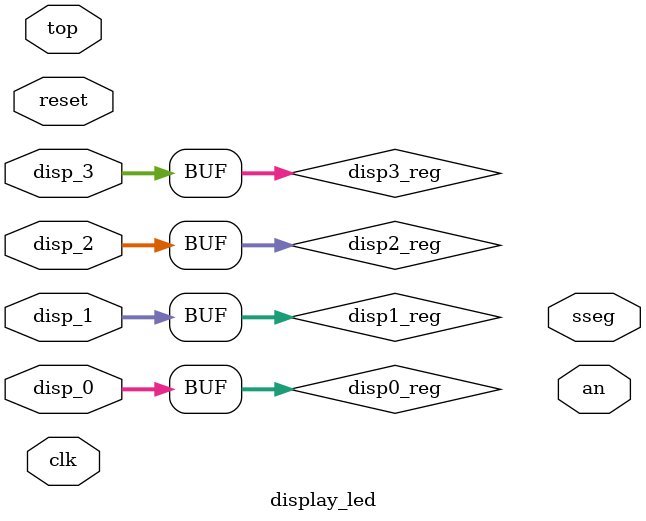
<source format=sv>
`timescale 1ns / 1ps


module display_led
    (
        input logic clk, reset,
        input logic top,
        input logic[7:0] disp_0, disp_1, disp_2, disp_3,
        output logic[7:0] an, sseg
    );
   
    localparam N = 100;
    localparam TOP_SQUARE = 7'b0011100;
    localparam BOTTOM_SQUARE = 7'b0100011;
    logic[7:0] disp0_reg, disp1_reg, disp2_reg, disp3_reg;
    logic[7:0] disp0_next, disp1_next, disp2_next, disp3_next;
    logic[N - 1:0] count_reg, count_next;
    
    always_ff @(posedge clk) begin
        if(reset) begin
            count_reg <= 0;
            disp0_reg <= 0;
            disp1_reg <= 0;
            disp2_reg <= 0;
            disp3_reg <= 0;
        end else begin
            count_reg <= count_next;
            disp0_reg <= disp0_next;
            disp1_reg <= disp1_next;
            disp2_reg <= disp2_next;
            disp3_reg <= disp3_next;
        end
    end
    
    always_comb begin
        disp0_next = 7'b1111111;
        disp1_next = 7'b1111111;
        disp2_next = 7'b1111111;
        disp3_next = 7'b1111111;
        
        case(count_reg[N - 1:N - 3])
            3'b000: begin
                disp0_next = TOP_SQUARE;
            end
            3'b001: begin
                disp1_next = TOP_SQUARE;
            end
            3'b010: begin
                disp2_next = TOP_SQUARE;
            end
            3'b011: begin
                disp3_next = TOP_SQUARE;
            end
            3'b100: begin
                disp0_next = BOTTOM_SQUARE;
            end
            3'b101: begin
                disp1_next = BOTTOM_SQUARE;
            end
            3'b110: begin
                disp2_next = BOTTOM_SQUARE;
            end
            3'b101: begin
                disp3_next = BOTTOM_SQUARE;
            end
        endcase
        
        count_next = count_reg + 1;
    end
    
    assign disp_0 = disp0_reg;
    assign disp_1 = disp1_reg;
    assign disp_2 = disp2_reg;
    assign disp_3 = disp3_reg;
endmodule

</source>
